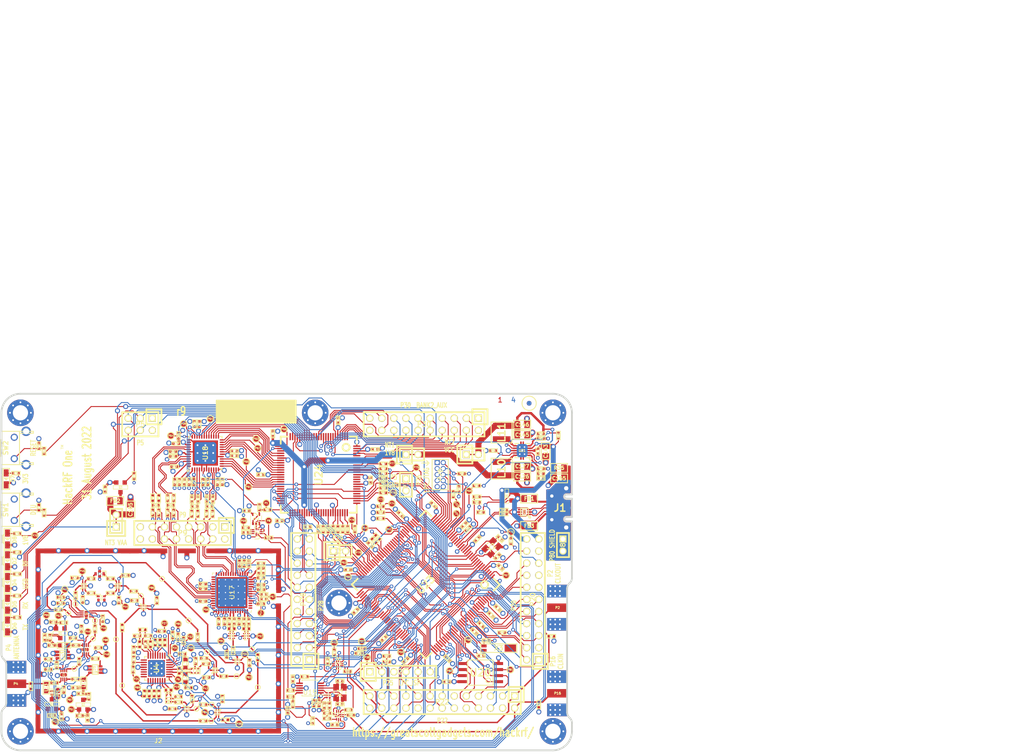
<source format=kicad_pcb>
(kicad_pcb (version 20211014) (generator pcbnew)

  (general
    (thickness 1.6116)
  )

  (paper "USLegal")
  (title_block
    (title "HackRF One")
    (date "2022-08-28")
    (rev "r9")
    (company "Copyright 2012-2022 Great Scott Gadgets")
    (comment 1 "Michael Ossmann")
    (comment 2 "Licensed under the CERN-OHL-P v2")
  )

  (layers
    (0 "F.Cu" signal "C1F")
    (1 "In1.Cu" signal "C2")
    (2 "In2.Cu" signal "C3")
    (31 "B.Cu" signal "C4B")
    (32 "B.Adhes" user "B.Adhesive")
    (33 "F.Adhes" user "F.Adhesive")
    (34 "B.Paste" user)
    (35 "F.Paste" user)
    (36 "B.SilkS" user "B.Silkscreen")
    (37 "F.SilkS" user "F.Silkscreen")
    (38 "B.Mask" user)
    (39 "F.Mask" user)
    (41 "Cmts.User" user "User.Comments")
    (44 "Edge.Cuts" user)
    (45 "Margin" user)
    (46 "B.CrtYd" user "B.Courtyard")
    (47 "F.CrtYd" user "F.Courtyard")
    (49 "F.Fab" user)
  )

  (setup
    (stackup
      (layer "F.SilkS" (type "Top Silk Screen") (color "White"))
      (layer "F.Paste" (type "Top Solder Paste"))
      (layer "F.Mask" (type "Top Solder Mask") (color "Green") (thickness 0.0127) (material "LPI") (epsilon_r 3.8) (loss_tangent 0))
      (layer "F.Cu" (type "copper") (thickness 0.035))
      (layer "dielectric 1" (type "prepreg") (thickness 0.2104) (material "7628") (epsilon_r 4.6) (loss_tangent 0))
      (layer "In1.Cu" (type "copper") (thickness 0.0152))
      (layer "dielectric 2" (type "core") (thickness 1.065) (material "7628") (epsilon_r 4.6) (loss_tangent 0))
      (layer "In2.Cu" (type "copper") (thickness 0.0152))
      (layer "dielectric 3" (type "prepreg") (thickness 0.2104) (material "7628") (epsilon_r 4.6) (loss_tangent 0))
      (layer "B.Cu" (type "copper") (thickness 0.035))
      (layer "B.Mask" (type "Bottom Solder Mask") (color "Green") (thickness 0.0127) (material "LPI") (epsilon_r 3.8) (loss_tangent 0))
      (layer "B.Paste" (type "Bottom Solder Paste"))
      (layer "B.SilkS" (type "Bottom Silk Screen") (color "White"))
      (copper_finish "ENIG")
      (dielectric_constraints yes)
    )
    (pad_to_mask_clearance 0.05)
    (pad_to_paste_clearance_ratio -0.12)
    (pcbplotparams
      (layerselection 0x00010e8_ffffffff)
      (disableapertmacros false)
      (usegerberextensions true)
      (usegerberattributes false)
      (usegerberadvancedattributes true)
      (creategerberjobfile false)
      (svguseinch false)
      (svgprecision 6)
      (excludeedgelayer true)
      (plotframeref false)
      (viasonmask false)
      (mode 1)
      (useauxorigin false)
      (hpglpennumber 1)
      (hpglpenspeed 20)
      (hpglpendiameter 15.000000)
      (dxfpolygonmode true)
      (dxfimperialunits true)
      (dxfusepcbnewfont true)
      (psnegative false)
      (psa4output false)
      (plotreference false)
      (plotvalue false)
      (plotinvisibletext false)
      (sketchpadsonfab false)
      (subtractmaskfromsilk false)
      (outputformat 1)
      (mirror false)
      (drillshape 0)
      (scaleselection 1)
      (outputdirectory "gerbers")
    )
  )

  (net 0 "")
  (net 1 "!MIX_BYPASS")
  (net 2 "!RX_AMP_PWR")
  (net 3 "!TX_AMP_PWR")
  (net 4 "!VAA_ENABLE")
  (net 5 "/Front End/RX_AMP_OUT")
  (net 6 "/Front End/RX_AMP_IN")
  (net 7 "/Front End/TX_AMP_IN")
  (net 8 "/Front End/TX_AMP_OUT")
  (net 9 "/Front End/REF_IN")
  (net 10 "/Baseband/TXBBQ-")
  (net 11 "/Baseband/TXBBQ+")
  (net 12 "/Baseband/TXBBI+")
  (net 13 "/Baseband/TXBBI-")
  (net 14 "/Baseband/COM")
  (net 15 "/Baseband/REFN")
  (net 16 "/Baseband/REFP")
  (net 17 "/Baseband/IA+")
  (net 18 "/Baseband/IA-")
  (net 19 "/Baseband/QA-")
  (net 20 "/Baseband/QA+")
  (net 21 "/Baseband/CPOUT-")
  (net 22 "/Baseband/CPOUT+")
  (net 23 "XCVR_CLK")
  (net 24 "/Baseband/XTAL2")
  (net 25 "/Microcontroller, CPLD, USB, Power/RTCX1")
  (net 26 "/Microcontroller, CPLD, USB, Power/REG_OUT2")
  (net 27 "/Microcontroller, CPLD, USB, Power/VBAT")
  (net 28 "/Microcontroller, CPLD, USB, Power/VIN")
  (net 29 "/Microcontroller, CPLD, USB, Power/REG_OUT1")
  (net 30 "/Microcontroller, CPLD, USB, Power/USB_SHIELD")
  (net 31 "/Microcontroller, CPLD, USB, Power/XTAL1")
  (net 32 "/Microcontroller, CPLD, USB, Power/XTAL2")
  (net 33 "/Microcontroller, CPLD, USB, Power/RTCX2")
  (net 34 "/Clock/XB")
  (net 35 "/Clock/XA")
  (net 36 "/Microcontroller, CPLD, USB, Power/VBUS")
  (net 37 "/Microcontroller, CPLD, USB, Power/LED1")
  (net 38 "/Microcontroller, CPLD, USB, Power/LED2")
  (net 39 "/Microcontroller, CPLD, USB, Power/LED3")
  (net 40 "/Baseband/RXBBQ-")
  (net 41 "/Baseband/RXBBI-")
  (net 42 "/Baseband/RXBBQ+")
  (net 43 "/Baseband/RXBBI+")
  (net 44 "!ANT_BIAS")
  (net 45 "/Baseband/XCVR_CLKOUT")
  (net 46 "/Microcontroller, CPLD, USB, Power/RTC_ALARM")
  (net 47 "/Microcontroller, CPLD, USB, Power/WAKEUP")
  (net 48 "/Microcontroller, CPLD, USB, Power/GPIO3_8")
  (net 49 "/Microcontroller, CPLD, USB, Power/GPIO3_9")
  (net 50 "/Microcontroller, CPLD, USB, Power/GPIO3_10")
  (net 51 "/Microcontroller, CPLD, USB, Power/GPIO3_11")
  (net 52 "/Microcontroller, CPLD, USB, Power/GPIO3_12")
  (net 53 "/Microcontroller, CPLD, USB, Power/GPIO3_13")
  (net 54 "/Microcontroller, CPLD, USB, Power/GPIO3_14")
  (net 55 "/Microcontroller, CPLD, USB, Power/GPIO3_15")
  (net 56 "/Microcontroller, CPLD, USB, Power/ADC0_6")
  (net 57 "/Microcontroller, CPLD, USB, Power/ADC0_2")
  (net 58 "/Microcontroller, CPLD, USB, Power/VBUSCTRL")
  (net 59 "/Microcontroller, CPLD, USB, Power/ADC0_5")
  (net 60 "/Microcontroller, CPLD, USB, Power/ADC0_0")
  (net 61 "/Microcontroller, CPLD, USB, Power/RESET")
  (net 62 "/Microcontroller, CPLD, USB, Power/I2C1_SCL")
  (net 63 "/Microcontroller, CPLD, USB, Power/I2C1_SDA")
  (net 64 "/Microcontroller, CPLD, USB, Power/SPIFI_CIPO")
  (net 65 "/Microcontroller, CPLD, USB, Power/SPIFI_SCK")
  (net 66 "/Microcontroller, CPLD, USB, Power/SPIFI_COPI")
  (net 67 "/Microcontroller, CPLD, USB, Power/I2S0_RX_SCK")
  (net 68 "/Microcontroller, CPLD, USB, Power/I2S0_RX_SDA")
  (net 69 "/Microcontroller, CPLD, USB, Power/I2S0_RX_MCLK")
  (net 70 "/Microcontroller, CPLD, USB, Power/I2S0_RX_WS")
  (net 71 "/Microcontroller, CPLD, USB, Power/I2S0_TX_SCK")
  (net 72 "/Microcontroller, CPLD, USB, Power/I2S0_TX_MCLK")
  (net 73 "/Microcontroller, CPLD, USB, Power/U0_RXD")
  (net 74 "/Microcontroller, CPLD, USB, Power/U0_TXD")
  (net 75 "/Microcontroller, CPLD, USB, Power/P2_9")
  (net 76 "/Microcontroller, CPLD, USB, Power/P2_13")
  (net 77 "/Microcontroller, CPLD, USB, Power/P2_8")
  (net 78 "/Microcontroller, CPLD, USB, Power/DBGEN")
  (net 79 "/Microcontroller, CPLD, USB, Power/TMS")
  (net 80 "/Microcontroller, CPLD, USB, Power/TCK")
  (net 81 "/Microcontroller, CPLD, USB, Power/TDO")
  (net 82 "/Microcontroller, CPLD, USB, Power/TDI")
  (net 83 "/Microcontroller, CPLD, USB, Power/SD_CD")
  (net 84 "/Microcontroller, CPLD, USB, Power/SD_DAT3")
  (net 85 "/Microcontroller, CPLD, USB, Power/SD_DAT2")
  (net 86 "/Microcontroller, CPLD, USB, Power/SD_DAT1")
  (net 87 "/Microcontroller, CPLD, USB, Power/SD_DAT0")
  (net 88 "/Microcontroller, CPLD, USB, Power/SD_VOLT0")
  (net 89 "/Microcontroller, CPLD, USB, Power/SD_CMD")
  (net 90 "/Microcontroller, CPLD, USB, Power/SD_POW")
  (net 91 "/Microcontroller, CPLD, USB, Power/SD_CLK")
  (net 92 "/Microcontroller, CPLD, USB, Power/B1AUX14")
  (net 93 "/Microcontroller, CPLD, USB, Power/B1AUX13")
  (net 94 "/Microcontroller, CPLD, USB, Power/CPLD_TCK")
  (net 95 "/Microcontroller, CPLD, USB, Power/BANK2F3M2")
  (net 96 "/Microcontroller, CPLD, USB, Power/CPLD_TDI")
  (net 97 "/Microcontroller, CPLD, USB, Power/BANK2F3M6")
  (net 98 "/Microcontroller, CPLD, USB, Power/BANK2F3M12")
  (net 99 "/Microcontroller, CPLD, USB, Power/BANK2F3M4")
  (net 100 "/Microcontroller, CPLD, USB, Power/CPLD_TMS")
  (net 101 "/Microcontroller, CPLD, USB, Power/CPLD_TDO")
  (net 102 "/Microcontroller, CPLD, USB, Power/B2AUX16")
  (net 103 "/Microcontroller, CPLD, USB, Power/B2AUX15")
  (net 104 "/Microcontroller, CPLD, USB, Power/B2AUX14")
  (net 105 "/Microcontroller, CPLD, USB, Power/B2AUX13")
  (net 106 "/Microcontroller, CPLD, USB, Power/B2AUX12")
  (net 107 "/Microcontroller, CPLD, USB, Power/B2AUX11")
  (net 108 "/Microcontroller, CPLD, USB, Power/B2AUX10")
  (net 109 "/Microcontroller, CPLD, USB, Power/B2AUX9")
  (net 110 "/Microcontroller, CPLD, USB, Power/B2AUX8")
  (net 111 "/Microcontroller, CPLD, USB, Power/B2AUX7")
  (net 112 "/Microcontroller, CPLD, USB, Power/B2AUX6")
  (net 113 "/Microcontroller, CPLD, USB, Power/B2AUX5")
  (net 114 "/Microcontroller, CPLD, USB, Power/B2AUX4")
  (net 115 "/Microcontroller, CPLD, USB, Power/B2AUX3")
  (net 116 "/Microcontroller, CPLD, USB, Power/B2AUX2")
  (net 117 "/Microcontroller, CPLD, USB, Power/B2AUX1")
  (net 118 "/Microcontroller, CPLD, USB, Power/GCK0")
  (net 119 "/Microcontroller, CPLD, USB, Power/SPIFI_CS")
  (net 120 "/Microcontroller, CPLD, USB, Power/VREGMODE")
  (net 121 "/Microcontroller, CPLD, USB, Power/EN1V8")
  (net 122 "/Microcontroller, CPLD, USB, Power/SGPIO0")
  (net 123 "/Microcontroller, CPLD, USB, Power/SGPIO7")
  (net 124 "/Microcontroller, CPLD, USB, Power/SGPIO9")
  (net 125 "/Microcontroller, CPLD, USB, Power/SGPIO10")
  (net 126 "/Microcontroller, CPLD, USB, Power/SGPIO11")
  (net 127 "/Microcontroller, CPLD, USB, Power/SPIFI_SIO2")
  (net 128 "/Microcontroller, CPLD, USB, Power/SPIFI_SIO3")
  (net 129 "/Baseband/QD+")
  (net 130 "/Baseband/QD-")
  (net 131 "/Baseband/ID-")
  (net 132 "/Baseband/ID+")
  (net 133 "/Clock/CLK0")
  (net 134 "Net-(C169-Pad2)")
  (net 135 "/Microcontroller, CPLD, USB, Power/DP")
  (net 136 "/Microcontroller, CPLD, USB, Power/DM")
  (net 137 "/Microcontroller, CPLD, USB, Power/RREF")
  (net 138 "/Microcontroller, CPLD, USB, Power/BANK2F3M1")
  (net 139 "/Microcontroller, CPLD, USB, Power/TRIGGER_EN")
  (net 140 "/Microcontroller, CPLD, USB, Power/BANK2F3M3")
  (net 141 "/Microcontroller, CPLD, USB, Power/SGPIO14")
  (net 142 "/Microcontroller, CPLD, USB, Power/SGPIO1")
  (net 143 "/Microcontroller, CPLD, USB, Power/BANK2F3M5")
  (net 144 "/Microcontroller, CPLD, USB, Power/SGPIO15")
  (net 145 "/Microcontroller, CPLD, USB, Power/BANK2F3M7")
  (net 146 "/Microcontroller, CPLD, USB, Power/BANK2F3M8")
  (net 147 "/Microcontroller, CPLD, USB, Power/SGPIO2")
  (net 148 "/Microcontroller, CPLD, USB, Power/BANK2F3M9")
  (net 149 "/Microcontroller, CPLD, USB, Power/SGPIO3")
  (net 150 "/Microcontroller, CPLD, USB, Power/BANK2F3M10")
  (net 151 "/Microcontroller, CPLD, USB, Power/BANK2F3M11")
  (net 152 "/Microcontroller, CPLD, USB, Power/SGPIO12")
  (net 153 "/Microcontroller, CPLD, USB, Power/SGPIO4")
  (net 154 "/Microcontroller, CPLD, USB, Power/BANK2F3M14")
  (net 155 "/Microcontroller, CPLD, USB, Power/SGPIO5")
  (net 156 "/Microcontroller, CPLD, USB, Power/BANK2F3M15")
  (net 157 "/Microcontroller, CPLD, USB, Power/SGPIO6")
  (net 158 "AMP_BYPASS")
  (net 159 "CLKIN")
  (net 160 "CLKOUT")
  (net 161 "CS_AD")
  (net 162 "CS_XCVR")
  (net 163 "DA0")
  (net 164 "DA1")
  (net 165 "DA2")
  (net 166 "DA3")
  (net 167 "DA4")
  (net 168 "DA5")
  (net 169 "DA6")
  (net 170 "DA7")
  (net 171 "DD0")
  (net 172 "DD1")
  (net 173 "DD2")
  (net 174 "DD3")
  (net 175 "DD4")
  (net 176 "DD5")
  (net 177 "DD6")
  (net 178 "DD7")
  (net 179 "DD8")
  (net 180 "DD9")
  (net 181 "GCK1")
  (net 182 "GCK2")
  (net 183 "GND")
  (net 184 "HP")
  (net 185 "LP")
  (net 186 "MCU_CLK")
  (net 187 "MIXER_ENX")
  (net 188 "MIXER_RESETX")
  (net 189 "MIXER_SCLK")
  (net 190 "MIXER_SDATA")
  (net 191 "MIX_BYPASS")
  (net 192 "MIX_CLK")
  (net 193 "RSSI")
  (net 194 "RX")
  (net 195 "RX_AMP")
  (net 196 "RX_IF")
  (net 197 "RX_MIX_BP")
  (net 198 "SCL")
  (net 199 "SDA")
  (net 200 "SGPIO_CLK")
  (net 201 "SSP1_CIPO")
  (net 202 "SSP1_COPI")
  (net 203 "SSP1_SCK")
  (net 204 "TX_AMP")
  (net 205 "TX_IF")
  (net 206 "TX_MIX_BP")
  (net 207 "VAA")
  (net 208 "VCC")
  (net 209 "XCVR_EN")
  (net 210 "Net-(C8-Pad2)")
  (net 211 "Net-(C9-Pad2)")
  (net 212 "Net-(C9-Pad1)")
  (net 213 "Net-(C12-Pad1)")
  (net 214 "Net-(C13-Pad1)")
  (net 215 "Net-(C14-Pad2)")
  (net 216 "Net-(C14-Pad1)")
  (net 217 "Net-(C15-Pad2)")
  (net 218 "Net-(C17-Pad2)")
  (net 219 "Net-(C17-Pad1)")
  (net 220 "Net-(C18-Pad2)")
  (net 221 "Net-(C18-Pad1)")
  (net 222 "Net-(C20-Pad2)")
  (net 223 "Net-(C20-Pad1)")
  (net 224 "Net-(C21-Pad2)")
  (net 225 "Net-(C21-Pad1)")
  (net 226 "Net-(C23-Pad2)")
  (net 227 "Net-(C23-Pad1)")
  (net 228 "Net-(C25-Pad1)")
  (net 229 "Net-(C26-Pad2)")
  (net 230 "Net-(C26-Pad1)")
  (net 231 "Net-(C27-Pad2)")
  (net 232 "Net-(C27-Pad1)")
  (net 233 "Net-(C28-Pad2)")
  (net 234 "Net-(C28-Pad1)")
  (net 235 "Net-(C31-Pad2)")
  (net 236 "Net-(C31-Pad1)")
  (net 237 "Net-(C32-Pad2)")
  (net 238 "Net-(C32-Pad1)")
  (net 239 "Net-(C43-Pad2)")
  (net 240 "Net-(C43-Pad1)")
  (net 241 "Net-(C44-Pad2)")
  (net 242 "Net-(C44-Pad1)")
  (net 243 "Net-(C46-Pad2)")
  (net 244 "Net-(C46-Pad1)")
  (net 245 "Net-(C48-Pad1)")
  (net 246 "Net-(C49-Pad2)")
  (net 247 "Net-(C50-Pad1)")
  (net 248 "Net-(C51-Pad2)")
  (net 249 "Net-(C51-Pad1)")
  (net 250 "Net-(C163-Pad2)")
  (net 251 "Net-(C58-Pad2)")
  (net 252 "Net-(C59-Pad2)")
  (net 253 "Net-(C61-Pad2)")
  (net 254 "Net-(C61-Pad1)")
  (net 255 "Net-(C62-Pad2)")
  (net 256 "Net-(C64-Pad2)")
  (net 257 "Net-(C64-Pad1)")
  (net 258 "Net-(C99-Pad2)")
  (net 259 "Net-(C99-Pad1)")
  (net 260 "Net-(C102-Pad2)")
  (net 261 "Net-(C102-Pad1)")
  (net 262 "Net-(C104-Pad2)")
  (net 263 "Net-(C104-Pad1)")
  (net 264 "Net-(C105-Pad1)")
  (net 265 "Net-(C106-Pad1)")
  (net 266 "Net-(C111-Pad2)")
  (net 267 "Net-(C111-Pad1)")
  (net 268 "Net-(C114-Pad2)")
  (net 269 "Net-(C114-Pad1)")
  (net 270 "Net-(C125-Pad2)")
  (net 271 "Net-(C160-Pad1)")
  (net 272 "Net-(D2-Pad2)")
  (net 273 "Net-(D4-Pad2)")
  (net 274 "Net-(D5-Pad2)")
  (net 275 "Net-(D6-Pad2)")
  (net 276 "Net-(D7-Pad2)")
  (net 277 "Net-(D8-Pad2)")
  (net 278 "Net-(FB1-Pad1)")
  (net 279 "Net-(FB2-Pad1)")
  (net 280 "Net-(FB3-Pad1)")
  (net 281 "Net-(J1-Pad3)")
  (net 282 "Net-(J1-Pad2)")
  (net 283 "Net-(L1-Pad2)")
  (net 284 "Net-(L1-Pad1)")
  (net 285 "Net-(L2-Pad1)")
  (net 286 "Net-(L3-Pad1)")
  (net 287 "Net-(L10-Pad1)")
  (net 288 "Net-(L11-Pad2)")
  (net 289 "Net-(D10-Pad1)")
  (net 290 "Net-(P6-Pad1)")
  (net 291 "Net-(P19-Pad1)")
  (net 292 "Net-(R4-Pad2)")
  (net 293 "Net-(R30-Pad2)")
  (net 294 "Net-(R19-Pad2)")
  (net 295 "Net-(R51-Pad1)")
  (net 296 "Net-(R52-Pad2)")
  (net 297 "Net-(R55-Pad2)")
  (net 298 "/Microcontroller, CPLD, USB, Power/BANK2F3M16")
  (net 299 "+1V8")
  (net 300 "unconnected-(P25-Pad3)")
  (net 301 "unconnected-(P26-Pad7)")
  (net 302 "unconnected-(U4-Pad1)")
  (net 303 "unconnected-(U4-Pad2)")
  (net 304 "unconnected-(U4-Pad3)")
  (net 305 "unconnected-(U4-Pad11)")
  (net 306 "unconnected-(U4-Pad13)")
  (net 307 "unconnected-(U4-Pad14)")
  (net 308 "unconnected-(U4-Pad17)")
  (net 309 "unconnected-(U4-Pad18)")
  (net 310 "unconnected-(U4-Pad20)")
  (net 311 "unconnected-(U4-Pad21)")
  (net 312 "unconnected-(U9-Pad2)")
  (net 313 "unconnected-(U12-Pad2)")
  (net 314 "unconnected-(U14-Pad2)")
  (net 315 "unconnected-(U15-Pad4)")
  (net 316 "unconnected-(U15-Pad6)")
  (net 317 "unconnected-(U17-Pad3)")
  (net 318 "unconnected-(U17-Pad43)")
  (net 319 "unconnected-(U17-Pad9)")
  (net 320 "unconnected-(U17-Pad12)")
  (net 321 "unconnected-(U17-Pad40)")
  (net 322 "unconnected-(U18-Pad38)")
  (net 323 "Net-(C117-Pad1)")
  (net 324 "unconnected-(U23-Pad89)")
  (net 325 "unconnected-(U23-Pad90)")
  (net 326 "unconnected-(U24-Pad14)")
  (net 327 "unconnected-(U24-Pad15)")
  (net 328 "unconnected-(U24-Pad16)")
  (net 329 "unconnected-(U24-Pad20)")
  (net 330 "unconnected-(U24-Pad25)")
  (net 331 "unconnected-(U24-Pad44)")
  (net 332 "unconnected-(U24-Pad46)")
  (net 333 "unconnected-(U24-Pad49)")
  (net 334 "unconnected-(U24-Pad50)")
  (net 335 "unconnected-(U24-Pad52)")
  (net 336 "unconnected-(U24-Pad53)")
  (net 337 "unconnected-(U24-Pad54)")
  (net 338 "unconnected-(U24-Pad58)")
  (net 339 "unconnected-(U24-Pad59)")
  (net 340 "unconnected-(U24-Pad60)")
  (net 341 "unconnected-(U24-Pad63)")
  (net 342 "unconnected-(U24-Pad65)")
  (net 343 "unconnected-(U24-Pad66)")
  (net 344 "unconnected-(U24-Pad68)")
  (net 345 "unconnected-(U24-Pad73)")
  (net 346 "unconnected-(U24-Pad75)")
  (net 347 "unconnected-(U24-Pad80)")
  (net 348 "unconnected-(U24-Pad82)")
  (net 349 "unconnected-(U24-Pad85)")
  (net 350 "unconnected-(U24-Pad86)")
  (net 351 "unconnected-(U24-Pad87)")
  (net 352 "unconnected-(U24-Pad93)")
  (net 353 "unconnected-(U24-Pad95)")
  (net 354 "unconnected-(U24-Pad96)")
  (net 355 "Net-(D10-Pad2)")
  (net 356 "Net-(C117-Pad2)")
  (net 357 "CLKOUT_EN")
  (net 358 "MCU_CLK_EN")
  (net 359 "Net-(R32-Pad2)")
  (net 360 "Net-(R33-Pad2)")
  (net 361 "Net-(R34-Pad2)")
  (net 362 "CLKIN_DETECT")
  (net 363 "Net-(R38-Pad1)")
  (net 364 "Net-(R39-Pad2)")
  (net 365 "Net-(R44-Pad2)")
  (net 366 "AD_CLK")
  (net 367 "Net-(R94-Pad2)")
  (net 368 "CLKIN_EN")
  (net 369 "FSX2_CLK")
  (net 370 "/Clock/CLK2")
  (net 371 "/Clock/CLK1")
  (net 372 "unconnected-(U4-Pad16)")
  (net 373 "unconnected-(U4-Pad9)")
  (net 374 "/Microcontroller, CPLD, USB, Power/TRST")
  (net 375 "/Microcontroller, CPLD, USB, Power/ID")
  (net 376 "/Microcontroller, CPLD, USB, Power/VBUS_DETECT")
  (net 377 "Net-(P1-Pad1)")
  (net 378 "XCVR_RXTX")
  (net 379 "unconnected-(U17-Pad44)")
  (net 380 "unconnected-(U17-Pad10)")
  (net 381 "unconnected-(U17-Pad15)")
  (net 382 "unconnected-(U17-Pad16)")
  (net 383 "unconnected-(U17-Pad17)")
  (net 384 "unconnected-(U17-Pad23)")
  (net 385 "unconnected-(U17-Pad45)")
  (net 386 "unconnected-(U17-Pad46)")
  (net 387 "unconnected-(U17-Pad55)")
  (net 388 "unconnected-(U17-Pad56)")
  (net 389 "unconnected-(U17-Pad41)")
  (net 390 "unconnected-(U17-Pad42)")
  (net 391 "unconnected-(U4-Pad15)")
  (net 392 "Net-(Q1-Pad3)")
  (net 393 "Net-(Q2-Pad3)")

  (footprint "gsg-modules:LTST-S220" (layer "F.Cu") (at 61.27 148.838 -90))

  (footprint "gsg-modules:LTST-S220" (layer "F.Cu") (at 61.27 139.694 -90))

  (footprint "gsg-modules:LTST-S220" (layer "F.Cu") (at 61.27 130.55 -90))

  (footprint "gsg-modules:LTST-S220" (layer "F.Cu") (at 61.27 144.266 -90))

  (footprint "gsg-modules:LTST-S220" (layer "F.Cu") (at 61.27 135.122 -90))

  (footprint "GSG-TESTPOINT-30MIL-MASKONLY" (layer "F.Cu") (at 89.31402 142.49908))

  (footprint "GSG-TESTPOINT-30MIL-MASKONLY" (layer "F.Cu") (at 84.1046 151.6574))

  (footprint "GSG-TESTPOINT-30MIL-MASKONLY" (layer "F.Cu") (at 75.57516 144.21358))

  (footprint "GSG-TESTPOINT-30MIL-MASKONLY" (layer "F.Cu") (at 74.0537 146.1516))

  (footprint "GSG-TESTPOINT-30MIL-MASKONLY" (layer "F.Cu") (at 93.782 138.932))

  (footprint "GSG-TESTPOINT-30MIL-MASKONLY" (layer "F.Cu") (at 85.4 161.3602))

  (footprint "GSG-TESTPOINT-30MIL-MASKONLY" (layer "F.Cu") (at 75.33894 157.8483))

  (footprint "GSG-TESTPOINT-30MIL-MASKONLY" (layer "F.Cu") (at 79.28 151.506))

  (footprint "GSG-TESTPOINT-30MIL-MASKONLY" (layer "F.Cu") (at 113.919 161.74974))

  (footprint "GSG-TESTPOINT-30MIL-MASKONLY" (layer "F.Cu") (at 104.11206 168.79824))

  (footprint "GSG-TESTPOINT-30MIL-MASKONLY" (layer "F.Cu") (at 104.25176 165.37432))

  (footprint "GSG-TESTPOINT-30MIL-MASKONLY" (layer "F.Cu") (at 101.0158 166.26332))

  (footprint "GSG-TESTPOINT-30MIL-MASKONLY" (layer "F.Cu") (at 79.6671 147.71116))

  (footprint "GSG-TESTPOINT-30MIL-MASKONLY" (layer "F.Cu") (at 109.47654 159.42564))

  (footprint "GSG-TESTPOINT-30MIL-MASKONLY" (layer "F.Cu") (at 99.36226 147.6883))

  (footprint "GSG-TESTPOINT-30MIL-MASKONLY" (layer "F.Cu") (at 103.23068 154.2796))

  (footprint "GSG-TESTPOINT-30MIL-MASKONLY" (layer "F.Cu") (at 112.71504 153.71064))

  (footprint "gsg-modules:LTST-S220" (layer "F.Cu") (at 61 117.9 -90))

  (footprint "GSG-MARK1MM" (layer "F.Cu") (at 171 102))

  (footprint "hackrf:GSG-0402" (layer "F.Cu") (at 91.0964 163.0468 -90))

  (footprint "hackrf:GSG-0402" (layer "F.Cu") (at 90.0804 163.0468 -90))

  (footprint "hackrf:GSG-0402" (layer "F.Cu") (at 93.1284 163.0468 -90))

  (footprint "hackrf:GSG-0402" (layer "F.Cu") (at 92.1124 163.0468 -90))

  (footprint "hackrf:GSG-0402" (layer "F.Cu") (at 92.341 152.328 90))

  (footprint "hackrf:GSG-0402" (layer "F.Cu") (at 93.357 152.328 90))

  (footprint "hackrf:GSG-0402" (layer "F.Cu") (at 107.084 168.5762 180))

  (footprint "hackrf:GSG-0402" (layer "F.Cu") (at 113.919 155.448 -90))

  (footprint "hackrf:GSG-0402" (layer "F.Cu") (at 85.4 149.1682 90))

  (footprint "hackrf:GSG-0402" (layer "F.Cu") (at 87.9808 143.4816))

  (footprint "hackrf:GSG-0402" (layer "F.Cu") (at 84.7138 143.4622 90))

  (footprint "hackrf:GSG-0402" (layer "F.Cu") (at 87.7944 153.8266 -90))

  (footprint "hackrf:GSG-0402" (layer "F.Cu") (at 88.5564 150.9056 180))

  (footprint "hackrf:GSG-0402" (layer "F.Cu") (at 90.3344 152.6836 90))

  (footprint "hackrf:GSG-0402" (layer "F.Cu") (at 90.8424 150.9056))

  (footprint "hackrf:GSG-0402" (layer "F.Cu") (at 106.4998 164.1566 90))

  (footprint "hackrf:GSG-0402" (layer "F.Cu") (at 82.9358 141.9382))

  (footprint "hackrf:GSG-0402" (layer "F.Cu") (at 78.8718 141.9382))

  (footprint "hackrf:GSG-0402" (layer "F.Cu") (at 77.0938 143.3352 90))

  (footprint "hackrf:GSG-0402" (layer "F.Cu") (at 87.8078 141.5288))

  (footprint "hackrf:GSG-0402" (layer "F.Cu") (at 102.4382 165.3794 180))

  (footprint "hackrf:GSG-0402" (layer "F.Cu") (at 95.9732 166.2726))

  (footprint "hackrf:GSG-0402" (layer "F.Cu") (at 101.2698 151.1808 90))

  (footprint "hackrf:GSG-0402" (layer "F.Cu") (at 92.6798 143.4816 -90))

  (footprint "hackrf:GSG-0402" (layer "F.Cu") (at 97.1924 163.7326))

  (footprint "hackrf:GSG-0402" (layer "F.Cu") (at 78.8718 138.8902 180))

  (footprint "hackrf:GSG-0402" (layer "F.Cu") (at 82.9358 138.8902))

  (footprint "hackrf:GSG-0402" (layer "F.Cu") (at 97.1924 164.8756))

  (footprint "hackrf:GSG-0402" (layer "F.Cu") (at 75.4174 138.7124 180))

  (footprint "hackrf:GSG-0402" (layer "F.Cu") (at 86.1 138.2))

  (footprint "hackrf:GSG-0402" (layer "F.Cu") (at 75.5952 142.4462 90))

  (footprint "hackrf:GSG-0402" (layer "F.Cu") (at 102.4382 168.8084 180))

  (footprint "hackrf:GSG-0402" (layer "F.Cu") (at 100.1134 164.139 90))

  (footprint "hackrf:GSG-0402" (layer "F.Cu") (at 98.31 151.9216 90))

  (footprint "hackrf:GSG-0402" (layer "F.Cu") (at 97.167 151.1596 90))

  (footprint "hackrf:GSG-0402" (layer "F.Cu") (at 96.024 150.7786 90))

  (footprint "hackrf:GSG-0402" (layer "F.Cu") (at 93.738 149.915 180))

  (footprint "hackrf:GSG-0402" (layer "F.Cu") (at 72.4456 142.8272))

  (footprint "hackrf:GSG-0402" (layer "F.Cu") (at 81.3054 147.3454 90))

  (footprint "hackrf:GSG-0402" (layer "F.Cu") (at 72.4456 144.0718))

  (footprint "hackrf:GSG-0402" (layer "F.Cu") (at 99.326 161.8276))

  (footprint "hackrf:GSG-0402" (layer "F.Cu") (at 98.056 154.7156 180))

  (footprint "hackrf:GSG-0402" (layer "F.Cu") (at 72.009 145.415 180))

  (footprint "hackrf:GSG-0402" (layer "F.Cu") (at 79.6798 149.4282 90))

  (footprint "hackrf:GSG-0402" (layer "F.Cu") (at 102.5906 155.6512))

  (footprint "hackrf:GSG-0402" (layer "F.Cu") (at 103.0478 156.7942 180))

  (footprint "hackrf:GSG-0402" (layer "F.Cu") (at 112.1664 156.5656 90))

  (footprint "hackrf:GSG-0402" (layer "F.Cu") (at 108.7374 154.0002 90))

  (footprint "hackrf:GSG-0402" (layer "F.Cu") (at 100.85 156.2396 -90))

  (footprint "hackrf:GSG-0402" (layer "F.Cu") (at 75.678 152.92))

  (footprint "hackrf:GSG-0402" (layer "F.Cu") (at 106.7414 159.434 180))

  (footprint "hackrf:GSG-0402" (layer "F.Cu") (at 70.598 152.92 180))

  (footprint "hackrf:GSG-0402" (layer "F.Cu") (at 70.9474 147.9998 180))

  (footprint "hackrf:GSG-0402" (layer "F.Cu") (at 103.124 159.6644 180))

  (footprint "hackrf:GSG-0402" (layer "F.Cu") (at 80.377 153.428))

  (footprint "hackrf:GSG-0402" (layer "F.Cu") (at 107.3912 154.8638 90))

  (footprint "hackrf:GSG-0402" (layer "F.Cu") (at 76.835 149.4282 90))

  (footprint "hackrf:GSG-0402" (layer "F.Cu") (at 71.614 157.111 90))

  (footprint "hackrf:GSG-0402" (layer "F.Cu") (at 79.742 155.714))

  (footprint "hackrf:GSG-0402" (layer "F.Cu") (at 75.043 151.396))

  (footprint "hackrf:GSG-0402" (layer "F.Cu") (at 76.3638 156.3236 90))

  (footprint "hackrf:GSG-0402" (layer "F.Cu") (at 75.551 160.032))

  (footprint "hackrf:GSG-0402" (layer "F.Cu") (at 73.0872 162.2418 -90))

  (footprint "hackrf:GSG-0402" (layer "F.Cu") (at 71.13 160.81 180))

  (footprint "hackrf:GSG-0402" (layer "F.Cu") (at 69.836 158))

  (footprint "hackrf:GSG-0402" (layer "F.Cu") (at 69.836 155.841))

  (footprint "hackrf:GSG-0402" (layer "F.Cu") (at 87.7 158 90))

  (footprint "hackrf:GSG-0402" (layer "F.Cu") (at 126.8 165.1 -90))

  (footprint "hackrf:GSG-0402" (layer "F.Cu") (at 125.7 165.1 -90))

  (footprint "hackrf:GSG-0402" (layer "F.Cu") (at 87.8 155.9 90))

  (footprint "hackrf:GSG-0402" (layer "F.Cu") (at 100.4824 118.5578 -90))

  (footprint "hackrf:GSG-0402" (layer "F.Cu") (at 99.4664 118.5578 -90))

  (footprint "hackrf:GSG-0402" (layer "F.Cu") (at 103.4034 118.5578 -90))

  (footprint "hackrf:GSG-0402" (layer "F.Cu") (at 102.3874 118.5578 -90))

  (footprint "hackrf:GSG-0402" (layer "F.Cu") (at 105.4354 118.5578 -90))

  (footprint "hackrf:GSG-0402" (layer "F.Cu") (at 106.4514 118.5578 -90))

  (footprint "hackrf:GSG-0402" (layer "F.Cu") (at 101.6254 106.3658 90))

  (footprint "hackrf:GSG-0402" (layer "F.Cu") (at 100.6094 106.3658 90))

  (footprint "hackrf:GSG-0402" (layer "F.Cu") (at 96.7359 110.4933 180))

  (footprint "hackrf:GSG-0402" (layer "F.Cu")
    (tedit 4FB6CFE4) (tstamp 00000000-0000-0000-0000-00005787e27a)
    (at 97.2439 108.8423 90)
    (property "Description" "CAP CER 2.2UF 10V 20% X5R 0402")
    (property "Manufacturer" "Taiyo Yuden")
    (property "Part Number" "LMK105BJ225MV-F")
    (property "Sheetfile" "baseband.kicad_sch")
    (pr
... [4459504 chars truncated]
</source>
